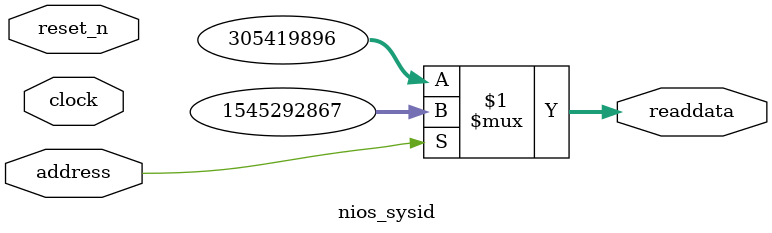
<source format=v>



// synthesis translate_off
`timescale 1ns / 1ps
// synthesis translate_on

// turn off superfluous verilog processor warnings 
// altera message_level Level1 
// altera message_off 10034 10035 10036 10037 10230 10240 10030 

module nios_sysid (
               // inputs:
                address,
                clock,
                reset_n,

               // outputs:
                readdata
             )
;

  output  [ 31: 0] readdata;
  input            address;
  input            clock;
  input            reset_n;

  wire    [ 31: 0] readdata;
  //control_slave, which is an e_avalon_slave
  assign readdata = address ? 1545292867 : 305419896;

endmodule



</source>
